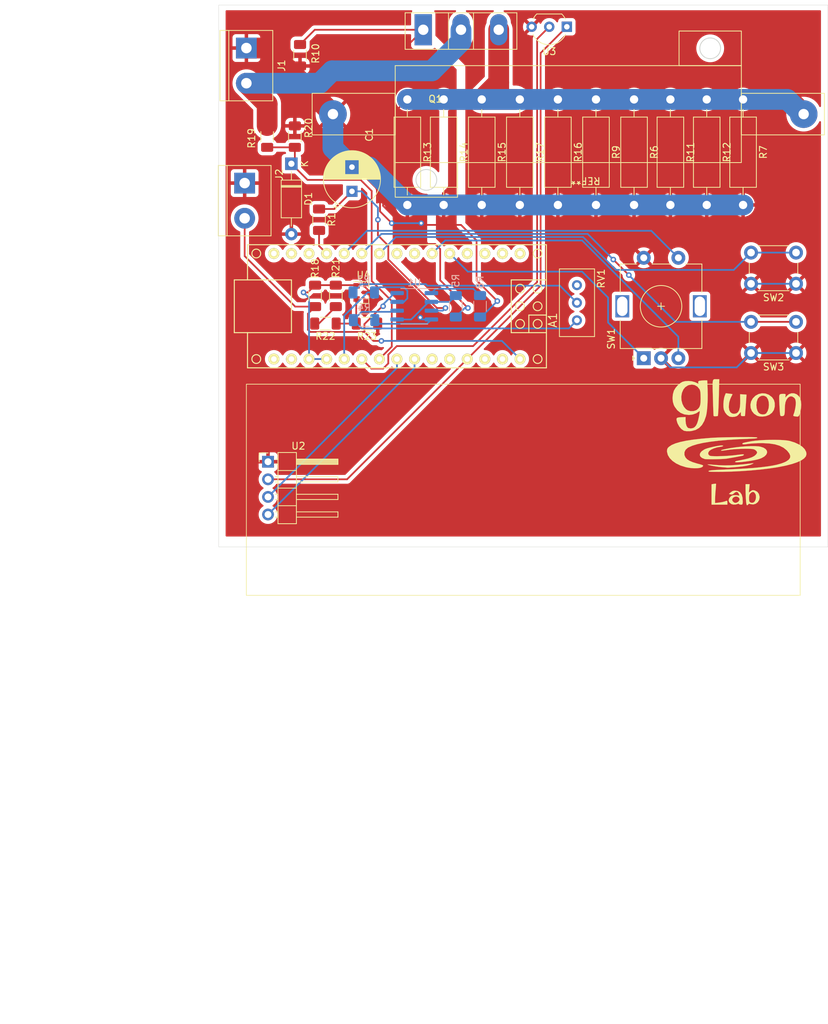
<source format=kicad_pcb>
(kicad_pcb (version 20211014) (generator pcbnew)
  (layers (0 "F.Cu" signal) (31 "B.Cu" signal) (34 "B.Paste" user) (35 "F.Paste" user) (36 "B.SilkS" user "B.Silkscreen") (37 "F.SilkS" user "F.Silkscreen") (38 "B.Mask" user) (39 "F.Mask" user) (44 "Edge.Cuts" user))
  (net 0 "")
  (net 1 "Net-(Q1-Pad1)")
  (net 2 "Analog_REF")
  (net 3 "VOLTAGE_SET")
  (net 4 "BUTTON_ROT")
  (net 5 "CURRENT_SENSE")
  (net 6 "BUTTON_BACK")
  (net 7 "TEMP_SENSOR")
  (net 8 "BUTTON_OK")
  (net 9 "VOLTAGE_SENSE")
  (net 10 "Net-(A1-Pad23)")
  (net 11 "Net-(A1-Pad24)")
  (net 12 "Net-(A1-Pad6)")
  (net 13 "Net-(A1-Pad5)")
  (net 14 "5V")
  (net 15 "V_IN")
  (net 16 "GND")
  (net 17 "Net-(C1-Pad1)")
  (net 18 "V_TEST")
  (net 19 "Net-(Q1-Pad3)")
  (net 20 "Net-(R2-Pad2)")
  (net 21 "Net-(R4-Pad2)")
  (net 22 "Net-(R5-Pad2)")
  (net 23 "Net-(R8-Pad2)")
  (net 24 "Net-(R21-Pad1)")
  (net 25 "Net-(R22-Pad1)")
  (footprint "Arduinos:arduino_nano" (layer "F.Cu") (at 123.25 81 180)
    (fp_text reference "A1" (at -22.5 -2 270) (layer "F.SilkS") (effects (font (size 1.2 1.2))))
    (fp_text value "Arduino_Nano")
    (pad "1" thru_hole circle locked (at -17.78 7.62 180) (size 1.5748 1.5748) (drill 0.8) (layers *.Cu *.Mask "F.SilkS"))
    (pad "2" thru_hole circle locked (at -15.24 7.62 180) (size 1.5748 1.5748) (drill 0.8) (layers *.Cu *.Mask "F.SilkS"))
    (pad "3" thru_hole circle locked (at -12.7 7.62 180) (size 1.5748 1.5748) (drill 0.8) (layers *.Cu *.Mask "F.SilkS"))
    (pad "4" thru_hole circle locked (at -10.16 7.62 180) (size 1.5748 1.5748) (drill 0.8) (layers *.Cu *.Mask "F.SilkS"))
    (pad "5" thru_hole circle locked (at -7.62 7.62 180) (size 1.5748 1.5748) (drill 0.8) (layers *.Cu *.Mask "F.SilkS") (net 13 "Net-(A1-Pad5)"))
    (pad "6" thru_hole circle locked (at -5.08 7.62 180) (size 1.5748 1.5748) (drill 0.8) (layers *.Cu *.Mask "F.SilkS") (net 12 "Net-(A1-Pad6)"))
    (pad "7" thru_hole circle locked (at -2.54 7.62 180) (size 1.5748 1.5748) (drill 0.8) (layers *.Cu *.Mask "F.SilkS"))
    (pad "8" thru_hole circle locked (at 0 7.62 180) (size 1.5748 1.5748) (drill 0.8) (layers *.Cu *.Mask "F.SilkS"))
    (pad "9" thru_hole circle locked (at 2.54 7.62 180) (size 1.5748 1.5748) (drill 0.8) (layers *.Cu *.Mask "F.SilkS") (net 8 "BUTTON_OK"))
    (pad "10" thru_hole circle locked (at 5.08 7.62 180) (size 1.5748 1.5748) (drill 0.8) (layers *.Cu *.Mask "F.SilkS") (net 6 "BUTTON_BACK"))
    (pad "11" thru_hole circle locked (at 7.62 7.62 180) (size 1.5748 1.5748) (drill 0.8) (layers *.Cu *.Mask "F.SilkS") (net 4 "BUTTON_ROT"))
    (pad "12" thru_hole circle locked (at 10.16 7.62 180) (size 1.5748 1.5748) (drill 0.8) (layers *.Cu *.Mask "F.SilkS") (net 3 "VOLTAGE_SET"))
    (pad "13" thru_hole circle locked (at 12.7 7.62 180) (size 1.5748 1.5748) (drill 0.8) (layers *.Cu *.Mask "F.SilkS"))
    (pad "14" thru_hole circle locked (at 15.24 7.62 180) (size 1.5748 1.5748) (drill 0.8) (layers *.Cu *.Mask "F.SilkS"))
    (pad "15" thru_hole circle locked (at 17.78 7.62 180) (size 1.5748 1.5748) (drill 0.8) (layers *.Cu *.Mask "F.SilkS"))
    (pad "16" thru_hole circle locked (at 17.78 -7.62 180) (size 1.5748 1.5748) (drill 0.8) (layers *.Cu *.Mask "F.SilkS"))
    (pad "17" thru_hole circle locked (at 15.24 -7.62 180) (size 1.5748 1.5748) (drill 0.8) (layers *.Cu *.Mask "F.SilkS"))
    (pad "18" thru_hole circle locked (at 12.7 -7.62 180) (size 1.5748 1.5748) (drill 0.8) (layers *.Cu *.Mask "F.SilkS") (net 2 "Analog_REF"))
    (pad "19" thru_hole circle locked (at 10.16 -7.62 180) (size 1.5748 1.5748) (drill 0.8) (layers *.Cu *.Mask "F.SilkS") (net 2 "Analog_REF"))
    (pad "20" thru_hole circle locked (at 7.62 -7.62 180) (size 1.5748 1.5748) (drill 0.8) (layers *.Cu *.Mask "F.SilkS") (net 5 "CURRENT_SENSE"))
    (pad "21" thru_hole circle locked (at 5.08 -7.62 180) (size 1.5748 1.5748) (drill 0.8) (layers *.Cu *.Mask "F.SilkS") (net 7 "TEMP_SENSOR"))
    (pad "22" thru_hole circle locked (at 2.54 -7.62 180) (size 1.5748 1.5748) (drill 0.8) (layers *.Cu *.Mask "F.SilkS") (net 9 "VOLTAGE_SENSE"))
    (pad "23" thru_hole circle locked (at 0 -7.62 180) (size 1.5748 1.5748) (drill 0.8) (layers *.Cu *.Mask "F.SilkS") (net 10 "Net-(A1-Pad23)"))
    (pad "24" thru_hole circle locked (at -2.54 -7.62 180) (size 1.5748 1.5748) (drill 0.8) (layers *.Cu *.Mask "F.SilkS") (net 11 "Net-(A1-Pad24)"))
    (pad "25" thru_hole circle locked (at -5.08 -7.62 180) (size 1.5748 1.5748) (drill 0.8) (layers *.Cu *.Mask "F.SilkS"))
    (pad "26" thru_hole circle locked (at -7.62 -7.62 180) (size 1.5748 1.5748) (drill 0.8) (layers *.Cu *.Mask "F.SilkS"))
    (pad "27" thru_hole circle locked (at -10.16 -7.62 180) (size 1.5748 1.5748) (drill 0.8) (layers *.Cu *.Mask "F.SilkS") (net 14 "5V"))
    (pad "28" thru_hole circle locked (at -12.7 -7.62 180) (size 1.5748 1.5748) (drill 0.8) (layers *.Cu *.Mask "F.SilkS"))
    (pad "29" thru_hole circle locked (at -15.24 -7.62 180) (size 1.5748 1.5748) (drill 0.8) (layers *.Cu *.Mask "F.SilkS"))
    (pad "30" thru_hole circle locked (at -17.78 -7.62 180) (size 1.5748 1.5748) (drill 0.8) (layers *.Cu *.Mask "F.SilkS") (net 15 "V_IN"))
  )
  (footprint "TerminalBlock:TerminalBlock_bornier-2_P5.08mm" (layer "F.Cu") (at 101.5 43.71 -90)
    (fp_text reference "J1" (at 2.54 -5.08 -90) (layer "F.SilkS"))
    (fp_text value "Voltage_test")
    (pad "1" thru_hole rect locked (at 0 0 270) (size 3 3) (drill 1.52) (layers *.Cu *.Mask) (net 16 "GND"))
    (pad "2" thru_hole circle locked (at 5.08 0 270) (size 3 3) (drill 1.52) (layers *.Cu *.Mask) (net 18 "V_TEST"))
  )
  (footprint "Package_TO_SOT_THT:TO-247-3_Vertical" (layer "F.Cu") (at 127.05 41.07)
    (fp_text reference "Q1" (at 1.75 10) (layer "F.SilkS"))
    (fp_text value "IRFP460")
    (pad "1" thru_hole rect locked (at 0 0) (size 2.5 4.5) (drill 1.5) (layers *.Cu *.Mask) (net 1 "Net-(Q1-Pad1)"))
    (pad "2" thru_hole oval locked (at 5.45 0) (size 2.5 4.5) (drill 1.5) (layers *.Cu *.Mask) (net 18 "V_TEST"))
    (pad "3" thru_hole oval locked (at 10.9 0) (size 2.5 4.5) (drill 1.5) (layers *.Cu *.Mask) (net 19 "Net-(Q1-Pad3)"))
  )
  (footprint "Resistor_SMD:R_1206_3216Metric_Pad1.30x1.75mm_HandSolder" (layer "F.Cu") (at 112 68.5 -90)
    (fp_text reference "R1" (at 0 -1.82 90) (layer "F.SilkS"))
    (fp_text value "470R")
    (pad "1" smd roundrect locked (at -1.55 0 270) (size 1.3 1.75) (layers "F.Cu" "F.Paste" "F.Mask") (roundrect_rratio 0.192308) (net 17 "Net-(C1-Pad1)"))
    (pad "2" smd roundrect locked (at 1.55 0 270) (size 1.3 1.75) (layers "F.Cu" "F.Paste" "F.Mask") (roundrect_rratio 0.192308) (net 3 "VOLTAGE_SET"))
  )
  (footprint "Resistor_THT:R_Axial_DIN0411_L9.9mm_D3.6mm_P15.24mm_Horizontal" (layer "F.Cu") (at 157.5 51.13 -90)
    (fp_text reference "R6" (at 7.62 -2.92 90) (layer "F.SilkS"))
    (fp_text value "1/1W")
    (pad "1" thru_hole circle locked (at 0 0 270) (size 2.4 2.4) (drill 1.2) (layers *.Cu *.Mask) (net 19 "Net-(Q1-Pad3)"))
    (pad "2" thru_hole oval locked (at 15.24 0 270) (size 2.4 2.4) (drill 1.2) (layers *.Cu *.Mask) (net 16 "GND"))
  )
  (footprint "Resistor_THT:R_Axial_DIN0411_L9.9mm_D3.6mm_P15.24mm_Horizontal" (layer "F.Cu") (at 173.25 51.13 -90)
    (fp_text reference "R7" (at 7.62 -2.92 90) (layer "F.SilkS"))
    (fp_text value "1/1W")
    (pad "1" thru_hole circle locked (at 0 0 270) (size 2.4 2.4) (drill 1.2) (layers *.Cu *.Mask) (net 19 "Net-(Q1-Pad3)"))
    (pad "2" thru_hole oval locked (at 15.24 0 270) (size 2.4 2.4) (drill 1.2) (layers *.Cu *.Mask) (net 16 "GND"))
  )
  (footprint "Resistor_THT:R_Axial_DIN0411_L9.9mm_D3.6mm_P15.24mm_Horizontal" (layer "F.Cu") (at 152 51.13 -90)
    (fp_text reference "R9" (at 7.62 -2.92 90) (layer "F.SilkS"))
    (fp_text value "1/1w")
    (pad "1" thru_hole circle locked (at 0 0 270) (size 2.4 2.4) (drill 1.2) (layers *.Cu *.Mask) (net 19 "Net-(Q1-Pad3)"))
    (pad "2" thru_hole oval locked (at 15.24 0 270) (size 2.4 2.4) (drill 1.2) (layers *.Cu *.Mask) (net 16 "GND"))
  )
  (footprint "Resistor_SMD:R_1206_3216Metric_Pad1.30x1.75mm_HandSolder" (layer "F.Cu") (at 109.25 44.75 -90)
    (fp_text reference "R10" (at -0.25 -2.25 90) (layer "F.SilkS"))
    (fp_text value " 1Meg")
    (pad "1" smd roundrect locked (at -1.55 0 270) (size 1.3 1.75) (layers "F.Cu" "F.Paste" "F.Mask") (roundrect_rratio 0.192308) (net 1 "Net-(Q1-Pad1)"))
    (pad "2" smd roundrect locked (at 1.55 0 270) (size 1.3 1.75) (layers "F.Cu" "F.Paste" "F.Mask") (roundrect_rratio 0.192308) (net 16 "GND"))
  )
  (footprint "Resistor_THT:R_Axial_DIN0411_L9.9mm_D3.6mm_P15.24mm_Horizontal" (layer "F.Cu") (at 162.75 51.13 -90)
    (fp_text reference "R11" (at 7.62 -2.92 90) (layer "F.SilkS"))
    (fp_text value "1/1w")
    (pad "1" thru_hole circle locked (at 0 0 270) (size 2.4 2.4) (drill 1.2) (layers *.Cu *.Mask) (net 19 "Net-(Q1-Pad3)"))
    (pad "2" thru_hole oval locked (at 15.24 0 270) (size 2.4 2.4) (drill 1.2) (layers *.Cu *.Mask) (net 16 "GND"))
  )
  (footprint "Resistor_THT:R_Axial_DIN0411_L9.9mm_D3.6mm_P15.24mm_Horizontal" (layer "F.Cu") (at 168 51.13 -90)
    (fp_text reference "R12" (at 7.62 -2.92 90) (layer "F.SilkS"))
    (fp_text value "1/1w")
    (pad "1" thru_hole circle locked (at 0 0 270) (size 2.4 2.4) (drill 1.2) (layers *.Cu *.Mask) (net 19 "Net-(Q1-Pad3)"))
    (pad "2" thru_hole oval locked (at 15.24 0 270) (size 2.4 2.4) (drill 1.2) (layers *.Cu *.Mask) (net 16 "GND"))
  )
  (footprint "Capacitor_THT:CP_Radial_D8.0mm_P3.50mm" (layer "F.Cu") (at 116.75 64.402651 90)
    (fp_text reference "C1" (at 8.152651 2.5 90) (layer "F.SilkS"))
    (fp_text value "470uF")
    (pad "1" thru_hole rect locked (at 0 0 90) (size 1.6 1.6) (drill 0.8) (layers *.Cu *.Mask) (net 17 "Net-(C1-Pad1)"))
    (pad "2" thru_hole circle locked (at 3.5 0 90) (size 1.6 1.6) (drill 0.8) (layers *.Cu *.Mask) (net 16 "GND"))
  )
  (footprint "Diode_THT:D_A-405_P10.16mm_Horizontal" (layer "F.Cu") (at 108 60.42 -90)
    (fp_text reference "D1" (at 5.08 -2.47 90) (layer "F.SilkS"))
    (fp_text value "Zener 5v")
    (fp_text user "K" (at 0 -1.9 90) (layer "F.SilkS"))
    (pad "1" thru_hole rect locked (at 0 0 270) (size 1.8 1.8) (drill 0.9) (layers *.Cu *.Mask) (net 9 "VOLTAGE_SENSE"))
    (pad "2" thru_hole oval locked (at 10.16 0 270) (size 1.8 1.8) (drill 0.9) (layers *.Cu *.Mask) (net 16 "GND"))
  )
  (footprint "TerminalBlock:TerminalBlock_bornier-2_P5.08mm" (layer "F.Cu") (at 101.25 63.21 -90)
    (fp_text reference "J2" (at -1.21 -5 -90) (layer "F.SilkS"))
    (fp_text value "Voltage_IN")
    (pad "1" thru_hole rect locked (at 0 0 270) (size 3 3) (drill 1.52) (layers *.Cu *.Mask) (net 16 "GND"))
    (pad "2" thru_hole circle locked (at 5.08 0 270) (size 3 3) (drill 1.52) (layers *.Cu *.Mask) (net 15 "V_IN"))
  )
  (footprint "Resistor_THT:R_Axial_DIN0411_L9.9mm_D3.6mm_P15.24mm_Horizontal" (layer "F.Cu") (at 124.75 51.13 -90)
    (fp_text reference "R13" (at 7.62 -2.92 90) (layer "F.SilkS"))
    (fp_text value "1/1W")
    (pad "1" thru_hole circle locked (at 0 0 270) (size 2.4 2.4) (drill 1.2) (layers *.Cu *.Mask) (net 19 "Net-(Q1-Pad3)"))
    (pad "2" thru_hole oval locked (at 15.24 0 270) (size 2.4 2.4) (drill 1.2) (layers *.Cu *.Mask) (net 16 "GND"))
  )
  (footprint "Resistor_THT:R_Axial_DIN0411_L9.9mm_D3.6mm_P15.24mm_Horizontal" (layer "F.Cu") (at 130 51.13 -90)
    (fp_text reference "R14" (at 7.62 -2.92 90) (layer "F.SilkS"))
    (fp_text value "1/1w")
    (pad "1" thru_hole circle locked (at 0 0 270) (size 2.4 2.4) (drill 1.2) (layers *.Cu *.Mask) (net 19 "Net-(Q1-Pad3)"))
    (pad "2" thru_hole oval locked (at 15.24 0 270) (size 2.4 2.4) (drill 1.2) (layers *.Cu *.Mask) (net 16 "GND"))
  )
  (footprint "Resistor_THT:R_Axial_DIN0411_L9.9mm_D3.6mm_P15.24mm_Horizontal" (layer "F.Cu") (at 135.5 51.13 -90)
    (fp_text reference "R15" (at 7.62 -2.92 90) (layer "F.SilkS"))
    (fp_text value "1/1w")
    (pad "1" thru_hole circle locked (at 0 0 270) (size 2.4 2.4) (drill 1.2) (layers *.Cu *.Mask) (net 19 "Net-(Q1-Pad3)"))
    (pad "2" thru_hole oval locked (at 15.24 0 270) (size 2.4 2.4) (drill 1.2) (layers *.Cu *.Mask) (net 16 "GND"))
  )
  (footprint "Resistor_THT:R_Axial_DIN0411_L9.9mm_D3.6mm_P15.24mm_Horizontal" (layer "F.Cu") (at 146.5 51.13 -90)
    (fp_text reference "R16" (at 7.62 -2.92 90) (layer "F.SilkS"))
    (fp_text value "1/1w")
    (pad "1" thru_hole circle locked (at 0 0 270) (size 2.4 2.4) (drill 1.2) (layers *.Cu *.Mask) (net 19 "Net-(Q1-Pad3)"))
    (pad "2" thru_hole oval locked (at 15.24 0 270) (size 2.4 2.4) (drill 1.2) (layers *.Cu *.Mask) (net 16 "GND"))
  )
  (footprint "Resistor_THT:R_Axial_DIN0411_L9.9mm_D3.6mm_P15.24mm_Horizontal" (layer "F.Cu") (at 141 51.13 -90)
    (fp_text reference "R17" (at 7.62 -2.92 90) (layer "F.SilkS"))
    (fp_text value "1/1W")
    (pad "1" thru_hole circle locked (at 0 0 270) (size 2.4 2.4) (drill 1.2) (layers *.Cu *.Mask) (net 19 "Net-(Q1-Pad3)"))
    (pad "2" thru_hole oval locked (at 15.24 0 270) (size 2.4 2.4) (drill 1.2) (layers *.Cu *.Mask) (net 16 "GND"))
  )
  (footprint "Resistor_SMD:R_1206_3216Metric_Pad1.30x1.75mm_HandSolder" (layer "F.Cu") (at 111.42 79.5 -90)
    (fp_text reference "R18" (at -3.95 0 -90) (layer "F.SilkS"))
    (fp_text value "680")
    (pad "1" smd roundrect locked (at -1.55 0 270) (size 1.3 1.75) (layers "F.Cu" "F.Paste" "F.Mask") (roundrect_rratio 0.192308) (net 2 "Analog_REF"))
    (pad "2" smd roundrect locked (at 1.55 0 270) (size 1.3 1.75) (layers "F.Cu" "F.Paste" "F.Mask") (roundrect_rratio 0.192308) (net 15 "V_IN"))
  )
  (footprint "Resistor_SMD:R_1206_3216Metric_Pad1.30x1.75mm_HandSolder" (layer "F.Cu") (at 104.5 56.5 90)
    (fp_text reference "R19" (at -0.25 -2.25 90) (layer "F.SilkS"))
    (fp_text value "33k")
    (pad "1" smd roundrect locked (at -1.55 0 90) (size 1.3 1.75) (layers "F.Cu" "F.Paste" "F.Mask") (roundrect_rratio 0.192308) (net 9 "VOLTAGE_SENSE"))
    (pad "2" smd roundrect locked (at 1.55 0 90) (size 1.3 1.75) (layers "F.Cu" "F.Paste" "F.Mask") (roundrect_rratio 0.192308) (net 18 "V_TEST"))
  )
  (footprint "Resistor_SMD:R_1206_3216Metric_Pad1.30x1.75mm_HandSolder" (layer "F.Cu") (at 108.5 56.5 -90)
    (fp_text reference "R20" (at -1.25 -2 90) (layer "F.SilkS"))
    (fp_text value "10k")
    (pad "1" smd roundrect locked (at -1.55 0 270) (size 1.3 1.75) (layers "F.Cu" "F.Paste" "F.Mask") (roundrect_rratio 0.192308) (net 16 "GND"))
    (pad "2" smd roundrect locked (at 1.55 0 270) (size 1.3 1.75) (layers "F.Cu" "F.Paste" "F.Mask") (roundrect_rratio 0.192308) (net 9 "VOLTAGE_SENSE"))
  )
  (footprint "Resistor_SMD:R_1206_3216Metric_Pad1.30x1.75mm_HandSolder" (layer "F.Cu") (at 114.42 79.5 90)
    (fp_text reference "R21" (at 4 0 90) (layer "F.SilkS"))
    (fp_text value "330")
    (pad "1" smd roundrect locked (at -1.55 0 90) (size 1.3 1.75) (layers "F.Cu" "F.Paste" "F.Mask") (roundrect_rratio 0.192308) (net 24 "Net-(R21-Pad1)"))
    (pad "2" smd roundrect locked (at 1.55 0 90) (size 1.3 1.75) (layers "F.Cu" "F.Paste" "F.Mask") (roundrect_rratio 0.192308) (net 2 "Analog_REF"))
  )
  (footprint "Resistor_SMD:R_1206_3216Metric_Pad1.30x1.75mm_HandSolder" (layer "F.Cu") (at 112.92 83.5 180)
    (fp_text reference "R22" (at 0 -1.82) (layer "F.SilkS"))
    (fp_text value "2k2")
    (pad "1" smd roundrect locked (at -1.55 0 180) (size 1.3 1.75) (layers "F.Cu" "F.Paste" "F.Mask") (roundrect_rratio 0.192308) (net 25 "Net-(R22-Pad1)"))
    (pad "2" smd roundrect locked (at 1.55 0 180) (size 1.3 1.75) (layers "F.Cu" "F.Paste" "F.Mask") (roundrect_rratio 0.192308) (net 24 "Net-(R21-Pad1)"))
  )
  (footprint "Resistor_SMD:R_1206_3216Metric_Pad1.30x1.75mm_HandSolder" (layer "F.Cu") (at 118.92 83.5 180)
    (fp_text reference "R23" (at 0 -1.82) (layer "F.SilkS"))
    (fp_text value "1k5")
    (pad "1" smd roundrect locked (at -1.55 0 180) (size 1.3 1.75) (layers "F.Cu" "F.Paste" "F.Mask") (roundrect_rratio 0.192308) (net 16 "GND"))
    (pad "2" smd roundrect locked (at 1.55 0 180) (size 1.3 1.75) (layers "F.Cu" "F.Paste" "F.Mask") (roundrect_rratio 0.192308) (net 25 "Net-(R22-Pad1)"))
  )
  (footprint "Potentiometer_THT:Potentiometer_Bourns_3296W_Vertical" (layer "F.Cu") (at 149.25 77.95 90)
    (fp_text reference "RV1" (at 0.95 3.5 90) (layer "F.SilkS"))
    (fp_text value "200")
    (pad "1" thru_hole circle locked (at 0 0 90) (size 1.44 1.44) (drill 0.8) (layers *.Cu *.Mask))
    (pad "2" thru_hole circle locked (at -2.54 0 90) (size 1.44 1.44) (drill 0.8) (layers *.Cu *.Mask) (net 20 "Net-(R2-Pad2)"))
    (pad "3" thru_hole circle locked (at -5.08 0 90) (size 1.44 1.44) (drill 0.8) (layers *.Cu *.Mask) (net 21 "Net-(R4-Pad2)"))
  )
  (footprint "Rotary_Encoder:RotaryEncoder_Alps_EC11E-Switch_Vertical_H20mm" (layer "F.Cu") (at 158.9 88.5 90)
    (fp_text reference "SW1" (at 2.8 -4.7 90) (layer "F.SilkS"))
    (fp_text value "Rotary_Encoder_Switch")
    (pad "A" thru_hole rect locked (at 0 0 90) (size 2 2) (drill 1) (layers *.Cu *.Mask) (net 13 "Net-(A1-Pad5)"))
    (pad "B" thru_hole circle locked (at 0 5 90) (size 2 2) (drill 1) (layers *.Cu *.Mask) (net 12 "Net-(A1-Pad6)"))
    (pad "C" thru_hole circle locked (at 0 2.5 90) (size 2 2) (drill 1) (layers *.Cu *.Mask) (net 16 "GND"))
    (pad "MP" thru_hole rect locked (at 7.5 8.1 90) (size 3.2 2) (drill oval 2.8 1.5) (layers *.Cu *.Mask))
    (pad "MP" thru_hole rect locked (at 7.5 -3.1 90) (size 3.2 2) (drill oval 2.8 1.5) (layers *.Cu *.Mask))
    (pad "S1" thru_hole circle locked (at 14.5 5 90) (size 2 2) (drill 1) (layers *.Cu *.Mask) (net 4 "BUTTON_ROT"))
    (pad "S2" thru_hole circle locked (at 14.5 0 90) (size 2 2) (drill 1) (layers *.Cu *.Mask) (net 16 "GND"))
  )
  (footprint "Button_Switch_THT:SW_PUSH_6mm_H4.3mm" (layer "F.Cu") (at 180.9 77.75 180)
    (fp_text reference "SW2" (at 3.25 -2) (layer "F.SilkS"))
    (fp_text value "Btn.OK")
    (pad "1" thru_hole circle locked (at 6.5 0 270) (size 2 2) (drill 1.1) (layers *.Cu *.Mask) (net 16 "GND"))
    (pad "1" thru_hole circle locked (at 0 0 270) (size 2 2) (drill 1.1) (layers *.Cu *.Mask) (net 16 "GND"))
    (pad "2" thru_hole circle locked (at 0 4.5 270) (size 2 2) (drill 1.1) (layers *.Cu *.Mask) (net 8 "BUTTON_OK"))
    (pad "2" thru_hole circle locked (at 6.5 4.5 270) (size 2 2) (drill 1.1) (layers *.Cu *.Mask) (net 8 "BUTTON_OK"))
  )
  (footprint "Button_Switch_THT:SW_PUSH_6mm_H4.3mm" (layer "F.Cu") (at 180.9 87.75 180)
    (fp_text reference "SW3" (at 3.25 -2) (layer "F.SilkS"))
    (fp_text value "Btn.BCK")
    (pad "1" thru_hole circle locked (at 6.5 0 270) (size 2 2) (drill 1.1) (layers *.Cu *.Mask) (net 16 "GND"))
    (pad "1" thru_hole circle locked (at 0 0 270) (size 2 2) (drill 1.1) (layers *.Cu *.Mask) (net 16 "GND"))
    (pad "2" thru_hole circle locked (at 0 4.5 270) (size 2 2) (drill 1.1) (layers *.Cu *.Mask) (net 6 "BUTTON_BACK"))
    (pad "2" thru_hole circle locked (at 6.5 4.5 270) (size 2 2) (drill 1.1) (layers *.Cu *.Mask) (net 6 "BUTTON_BACK"))
  )
  (footprint "Connector_PinHeader_2.54mm:PinHeader_1x04_P2.54mm_Horizontal" (layer "F.Cu") (at 104.625 103.45)
    (fp_text reference "U2" (at 4.385 -2.27) (layer "F.SilkS"))
    (fp_text value "Pantalla_LCD_16x2_i2c")
    (pad "1" thru_hole rect locked (at 0 0) (size 1.7 1.7) (drill 1) (layers *.Cu *.Mask) (net 16 "GND"))
    (pad "2" thru_hole oval locked (at 0 2.54) (size 1.7 1.7) (drill 1) (layers *.Cu *.Mask) (net 14 "5V"))
    (pad "3" thru_hole oval locked (at 0 5.08) (size 1.7 1.7) (drill 1) (layers *.Cu *.Mask) (net 10 "Net-(A1-Pad23)"))
    (pad "4" thru_hole oval locked (at 0 7.62) (size 1.7 1.7) (drill 1) (layers *.Cu *.Mask) (net 11 "Net-(A1-Pad24)"))
  )
  (footprint "Package_TO_SOT_SMD:SOT-23" (layer "F.Cu") (at 118.42 79)
    (fp_text reference "U4" (at 0 -2.5) (layer "F.SilkS"))
    (fp_text value "TL431DBZ")
    (pad "1" smd rect locked (at -1 -0.95) (size 0.9 0.8) (layers "F.Cu" "F.Paste" "F.Mask") (net 2 "Analog_REF"))
    (pad "2" smd rect locked (at -1 0.95) (size 0.9 0.8) (layers "F.Cu" "F.Paste" "F.Mask") (net 25 "Net-(R22-Pad1)"))
    (pad "3" smd rect locked (at 1 0) (size 0.9 0.8) (layers "F.Cu" "F.Paste" "F.Mask") (net 16 "GND"))
  )
  (footprint "Package_TO_SOT_THT:TO-92_Inline_Wide" (layer "F.Cu") (at 147.79 40.64 180)
    (fp_text reference "U3" (at 2.54 -3.56) (layer "F.SilkS"))
    (fp_text value "LM35-LP")
    (pad "1" thru_hole rect locked (at 0 0 180) (size 1.5 1.5) (drill 0.8) (layers *.Cu *.Mask) (net 14 "5V"))
    (pad "2" thru_hole circle locked (at 2.54 0 180) (size 1.5 1.5) (drill 0.8) (layers *.Cu *.Mask) (net 7 "TEMP_SENSOR"))
    (pad "3" thru_hole circle locked (at 5.08 0 180) (size 1.5 1.5) (drill 0.8) (layers *.Cu *.Mask) (net 16 "GND"))
  )
  (footprint "GluonLib:PowerResistor_L49_W14_MountingHoles" (layer "F.Cu") (at 148 53.25)
    (fp_text reference "REF**" (at 2.5 9.63 180 unlocked) (layer "F.SilkS"))
    (fp_text value "PowerResistor_L49_W14_MountingHoles")
    (fp_circle (center 20.5 -9.5) (end 22 -9.5) (layer "Edge.Cuts") (width 0.12) (fill none))
    (fp_circle (center -20.5 9.5) (end -19 9.5) (layer "Edge.Cuts") (width 0.12) (fill none))
    (pad "1" thru_hole circle (at 34 0) (size 4 4) (drill 1.5) (layers *.Cu *.Mask) (net 19 "Net-(Q1-Pad3)"))
    (pad "2" thru_hole circle (at -34 0) (size 4 4) (drill 1.5) (layers *.Cu *.Mask) (net 16 "GND"))
  )
  (footprint "GluonLib:LogoGluon_25mm" (layer "F.Cu") (at 172.25 100)
    (fp_text reference "G***" hide)
    (fp_text value "LOGO" hide)
  )
  (footprint "Resistor_SMD:R_1206_3216Metric_Pad1.30x1.75mm_HandSolder" (layer "B.Cu") (at 118.45 79 180)
    (fp_text reference "R2" (at 0 1.82) (layer "B.SilkS") (effects (justify mirror)))
    (fp_text value "1k")
    (pad "1" smd roundrect locked (at -1.55 0 180) (size 1.3 1.75) (layers "B.Cu" "B.Paste" "B.Mask") (roundrect_rratio 0.192308) (net 5 "CURRENT_SENSE"))
    (pad "2" smd roundrect locked (at 1.55 0 180) (size 1.3 1.75) (layers "B.Cu" "B.Paste" "B.Mask") (roundrect_rratio 0.192308) (net 20 "Net-(R2-Pad2)"))
  )
  (footprint "Resistor_SMD:R_1206_3216Metric_Pad1.30x1.75mm_HandSolder" (layer "B.Cu") (at 118.5 83 180)
    (fp_text reference "R4" (at 0 1.82) (layer "B.SilkS") (effects (justify mirror)))
    (fp_text value "3k3")
    (pad "1" smd roundrect locked (at -1.55 0 180) (size 1.3 1.75) (layers "B.Cu" "B.Paste" "B.Mask") (roundrect_rratio 0.192308) (net 16 "GND"))
    (pad "2" smd roundrect locked (at 1.55 0 180) (size 1.3 1.75) (layers "B.Cu" "B.Paste" "B.Mask") (roundrect_rratio 0.192308) (net 21 "Net-(R4-Pad2)"))
  )
  (footprint "Resistor_SMD:R_1206_3216Metric_Pad1.30x1.75mm_HandSolder" (layer "B.Cu") (at 131.75 81 90)
    (fp_text reference "R5" (at 3.7 0 90) (layer "B.SilkS") (effects (justify mirror)))
    (fp_text value "10k; 1/4w")
    (pad "1" smd roundrect locked (at -1.55 0 90) (size 1.3 1.75) (layers "B.Cu" "B.Paste" "B.Mask") (roundrect_rratio 0.192308) (net 19 "Net-(Q1-Pad3)"))
    (pad "2" smd roundrect locked (at 1.55 0 90) (size 1.3 1.75) (layers "B.Cu" "B.Paste" "B.Mask") (roundrect_rratio 0.192308) (net 22 "Net-(R5-Pad2)"))
  )
  (footprint "Resistor_SMD:R_1206_3216Metric_Pad1.30x1.75mm_HandSolder" (layer "B.Cu") (at 135.25 81 90)
    (fp_text reference "R8" (at 3.45 0 90) (layer "B.SilkS") (effects (justify mirror)))
    (fp_text value "100")
    (pad "1" smd roundrect locked (at -1.55 0 90) (size 1.3 1.75) (layers "B.Cu" "B.Paste" "B.Mask") (roundrect_rratio 0.192308) (net 1 "Net-(Q1-Pad1)"))
    (pad "2" smd roundrect locked (at 1.55 0 90) (size 1.3 1.75) (layers "B.Cu" "B.Paste" "B.Mask") (roundrect_rratio 0.192308) (net 23 "Net-(R8-Pad2)"))
  )
  (footprint "Package_SO:SOIC-8_3.9x4.9mm_P1.27mm" (layer "B.Cu") (at 125.75 81 180)
    (fp_text reference "U1" (at 0 3.4) (layer "B.SilkS") (effects (justify mirror)))
    (fp_text value "TL072")
    (pad "1" smd roundrect locked (at -2.475 1.905 180) (size 1.95 0.6) (layers "B.Cu" "B.Paste" "B.Mask") (net 23 "Net-(R8-Pad2)"))
    (pad "2" smd roundrect locked (at -2.475 0.635 180) (size 1.95 0.6) (layers "B.Cu" "B.Paste" "B.Mask") (net 22 "Net-(R5-Pad2)"))
    (pad "3" smd roundrect locked (at -2.475 -0.635 180) (size 1.95 0.6) (layers "B.Cu" "B.Paste" "B.Mask") (net 17 "Net-(C1-Pad1)"))
    (pad "4" smd roundrect locked (at -2.475 -1.905 180) (size 1.95 0.6) (layers "B.Cu" "B.Paste" "B.Mask") (net 16 "GND"))
    (pad "5" smd roundrect locked (at 2.475 -1.905 180) (size 1.95 0.6) (layers "B.Cu" "B.Paste" "B.Mask") (net 22 "Net-(R5-Pad2)"))
    (pad "6" smd roundrect locked (at 2.475 -0.635 180) (size 1.95 0.6) (layers "B.Cu" "B.Paste" "B.Mask") (net 21 "Net-(R4-Pad2)"))
    (pad "7" smd roundrect locked (at 2.475 0.635 180) (size 1.95 0.6) (layers "B.Cu" "B.Paste" "B.Mask") (net 5 "CURRENT_SENSE"))
    (pad "8" smd roundrect locked (at 2.475 1.905 180) (size 1.95 0.6) (layers "B.Cu" "B.Paste" "B.Mask") (net 15 "V_IN"))
  )
  (gr_rect (start 101.5 92.25) (end 181.5 122.75) (layer "F.SilkS") (width 0.1) (fill none))
  (gr_rect (start 185.5 115.75) (end 97.5 37.5) (layer "Edge.Cuts") (width 0.05) (fill none))
  (segment (start 127.05 41.07) (end 111.38 41.07) (width 0.25) (layer "F.Cu") (net 1))
  (segment (start 122.5 69) (end 120.80048 67.30048) (width 0.25) (layer "F.Cu") (net 1))
  (segment (start 127 69.25) (end 126.75 69) (width 0.25) (layer "F.Cu") (net 1))
  (segment (start 134.75 71.5) (end 132.5 69.25) (width 0.25) (layer "F.Cu") (net 1))
  (segment (start 134.75 77.25) (end 134.75 71.5) (width 0.25) (layer "F.Cu") (net 1))
  (segment (start 120.80048 47.31952) (end 127.05 41.07) (width 0.25) (layer "F.Cu") (net 1))
  (segment (start 120.80048 67.30048) (end 120.80048 47.31952) (width 0.25) (layer "F.Cu") (net 1))
  (segment (start 137.75 80.25) (end 134.75 77.25) (width 0.25) (layer "F.Cu") (net 1))
  (segment (start 132.5 69.25) (end 127 69.25) (width 0.25) (layer "F.Cu") (net 1))
  (segment (start 111.38 41.07) (end 109.25 43.2) (width 0.25) (layer "F.Cu") (net 1))
  (via (at 122.5 69) (size 0.8) (drill 0.4) (layers "F.Cu" "B.Cu") (net 1))
  (via (at 137.75 80.25) (size 0.8) (drill 0.4) (layers "F.Cu" "B.Cu") (net 1))
  (via (at 126.75 69) (size 0.8) (drill 0.4) (layers "F.Cu" "B.Cu") (net 1))
  (segment (start 135.45 82.55) (end 137.75 80.25) (width 0.25) (layer "B.Cu") (net 1))
  (segment (start 126.75 69) (end 122.5 69) (width 0.25) (layer "B.Cu") (net 1))
  (segment (start 135.25 82.55) (end 135.45 82.55) (width 0.25) (layer "B.Cu") (net 1))
  (segment (start 117.32 77.95) (end 117.42 78.05) (width 0.25) (layer "F.Cu") (net 2))
  (segment (start 114.42 77.95) (end 117.32 77.95) (width 0.25) (layer "F.Cu") (net 2))
  (segment (start 109.75 79) (end 110.37 79) (width 0.25) (layer "F.Cu") (net 2))
  (segment (start 110.37 79) (end 111.42 77.95) (width 0.25) (layer "F.Cu") (net 2))
  (segment (start 111.42 77.95) (end 114.42 77.95) (width 0.25) (layer "F.Cu") (net 2))
  (via (at 109.75 79) (size 0.8) (drill 0.4) (layers "F.Cu" "B.Cu") (net 2))
  (segment (start 110.55 79.8) (end 109.75 79) (width 0.25) (layer "B.Cu") (net 2))
  (segment (start 110.55 88.62) (end 113.09 88.62) (width 0.25) (layer "B.Cu") (net 2))
  (segment (start 110.55 88.62) (end 110.55 79.8) (width 0.25) (layer "B.Cu") (net 2))
  (segment (start 112 72.29) (end 113.09 73.38) (width 0.25) (layer "F.Cu") (net 3))
  (segment (start 112 70.05) (end 112 72.29) (width 0.25) (layer "F.Cu") (net 3))
  (segment (start 163.9 74) (end 160.00096 70.10096) (width 0.25) (layer "B.Cu") (net 4))
  (segment (start 160.00096 70.10096) (end 118.90904 70.10096) (width 0.25) (layer "B.Cu") (net 4))
  (segment (start 118.90904 70.10096) (end 115.63 73.38) (width 0.25) (layer "B.Cu") (net 4))
  (segment (start 124.249999 80.365) (end 124.75 79.864999) (width 0.25) (layer "B.Cu") (net 5))
  (segment (start 124.75 78.75) (end 124.25 78.25) (width 0.25) (layer "B.Cu") (net 5))
  (segment (start 115.63 88.62) (end 115.63 82.37) (width 0.25) (layer "B.Cu") (net 5))
  (segment (start 115.63 82.37) (end 119 79) (width 0.25) (layer "B.Cu") (net 5))
  (segment (start 119 79) (end 120 79) (width 0.25) (layer "B.Cu") (net 5))
  (segment (start 123.275 80.365) (end 124.249999 80.365) (width 0.25) (layer "B.Cu") (net 5))
  (segment (start 120.75 78.25) (end 120 79) (width 0.25) (layer "B.Cu") (net 5))
  (segment (start 124.25 78.25) (end 120.75 78.25) (width 0.25) (layer "B.Cu") (net 5))
  (segment (start 124.75 79.864999) (end 124.75 78.75) (width 0.25) (layer "B.Cu") (net 5))
  (segment (start 156.75 76.5) (end 154.5 74.25) (width 0.25) (layer "F.Cu") (net 6))
  (segment (start 174.4 83.25) (end 180.9 83.25) (width 0.25) (layer "F.Cu") (net 6))
  (via (at 156.75 76.5) (size 0.8) (drill 0.4) (layers "F.Cu" "B.Cu") (net 6))
  (via (at 154.5 74.25) (size 0.8) (drill 0.4) (layers "F.Cu" "B.Cu") (net 6))
  (segment (start 163.5 83.25) (end 156.75 76.5) (width 0.25) (layer "B.Cu") (net 6))
  (segment (start 174.4 83.25) (end 163.5 83.25) (width 0.25) (layer "B.Cu") (net 6))
  (segment (start 154.5 74.25) (end 150.80048 70.55048) (width 0.25) (layer "B.Cu") (net 6))
  (segment (start 120.99952 70.55048) (end 118.17 73.38) (width 0.25) (layer "B.Cu") (net 6))
  (segment (start 150.80048 70.55048) (end 120.99952 70.55048) (width 0.25) (layer "B.Cu") (net 6))
  (segment (start 122 87.981341) (end 122 89.25) (width 0.25) (layer "F.Cu") (net 7))
  (segment (start 122 89.25) (end 121.25 90) (width 0.25) (layer "F.Cu") (net 7))
  (segment (start 121.25 90) (end 119.55 90) (width 0.25) (layer "F.Cu") (net 7))
  (segment (start 145.25 40.64) (end 143.5 42.39) (width 0.25) (layer "F.Cu") (net 7))
  (segment (start 143.5 42.39) (end 143.5 77.5) (width 0.25) (layer "F.Cu") (net 7))
  (segment (start 119.55 90) (end 118.17 88.62) (width 0.25) (layer "F.Cu") (net 7))
  (segment (start 123.231341 86.75) (end 122 87.981341) (width 0.25) (layer "F.Cu") (net 7))
  (segment (start 134.25 86.75) (end 123.231341 86.75) (width 0.25) (layer "F.Cu") (net 7))
  (segment (start 143.5 77.5) (end 134.25 86.75) (width 0.25) (layer "F.Cu") (net 7))
  (segment (start 171.9 75.75) (end 154.885718 75.75) (width 0.25) (layer "B.Cu") (net 8))
  (segment (start 154.885718 75.75) (end 150.135718 71) (width 0.25) (layer "B.Cu") (net 8))
  (segment (start 174.4 73.25) (end 180.9 73.25) (width 0.25) (layer "B.Cu") (net 8))
  (segment (start 174.4 73.25) (end 171.9 75.75) (width 0.25) (layer "B.Cu") (net 8))
  (segment (start 150.135718 71) (end 123.09 71) (width 0.25) (layer "B.Cu") (net 8))
  (segment (start 123.09 71) (end 120.71 73.38) (width 0.25) (layer "B.Cu") (net 8))
  (segment (start 119.625 77.375) (end 122.5 80.25) (width 0.25) (layer "F.Cu") (net 9))
  (segment (start 122.5 86.83) (end 120.71 88.62) (width 0.25) (layer "F.Cu") (net 9))
  (segment (start 119.598089 64.348089) (end 118 62.75) (width 0.25) (layer "F.Cu") (net 9))
  (segment (start 119.598089 77.348089) (end 119.598089 64.348089) (width 0.25) (layer "F.Cu") (net 9))
  (segment (start 118 62.75) (end 110.33 62.75) (width 0.25) (layer "F.Cu") (net 9))
  (segment (start 122.5 80.25) (end 122.5 86.83) (width 0.25) (layer "F.Cu") (net 9))
  (segment (start 119.625 77.375) (end 119.598089 77.348089) (width 0.25) (layer "F.Cu") (net 9))
  (segment (start 108.5 59.92) (end 108 60.42) (width 0.25) (layer "F.Cu") (net 9))
  (segment (start 110.33 62.75) (end 108 60.42) (width 0.25) (layer "F.Cu") (net 9))
  (segment (start 108.5 58.05) (end 108.5 59.92) (width 0.25) (layer "F.Cu") (net 9))
  (segment (start 104.5 58.05) (end 108.5 58.05) (width 0.25) (layer "F.Cu") (net 9))
  (segment (start 123.25 89.905) (end 123.25 88.62) (width 0.25) (layer "B.Cu") (net 10))
  (segment (start 104.625 108.53) (end 123.25 89.905) (width 0.25) (layer "B.Cu") (net 10))
  (segment (start 125.79 89.905) (end 125.79 88.62) (width 0.25) (layer "B.Cu") (net 11))
  (segment (start 104.625 111.07) (end 125.79 89.905) (width 0.25) (layer "B.Cu") (net 11))
  (segment (start 163.9 88.5) (end 163.9 85.4) (width 0.25) (layer "B.Cu") (net 12))
  (segment (start 150 71.5) (end 130.21 71.5) (width 0.25) (layer "B.Cu") (net 12))
  (segment (start 163.9 85.4) (end 150 71.5) (width 0.25) (layer "B.Cu") (net 12))
  (segment (start 130.21 71.5) (end 128.33 73.38) (width 0.25) (layer "B.Cu") (net 12))
  (segment (start 158.9 88.5) (end 153.75 83.35) (width 0.25) (layer "B.Cu") (net 13))
  (segment (start 153.75 79.75) (end 150 76) (width 0.25) (layer "B.Cu") (net 13))
  (segment (start 150 76) (end 133.49 76) (width 0.25) (layer "B.Cu") (net 13))
  (segment (start 133.49 76) (end 130.87 73.38) (width 0.25) (layer "B.Cu") (net 13))
  (segment (start 153.75 83.35) (end 153.75 79.75) (width 0.25) (layer "B.Cu") (net 13))
  (segment (start 104.625 105.99) (end 116.04 105.99) (width 0.25) (layer "F.Cu") (net 14))
  (segment (start 116.04 105.99) (end 133.41 88.62) (width 0.25) (layer "F.Cu") (net 14))
  (segment (start 147.79 40.64) (end 144 44.43) (width 0.25) (layer "F.Cu") (net 14))
  (segment (start 144 44.43) (end 144 78.03) (width 0.25) (layer "F.Cu") (net 14))
  (segment (start 144 78.03) (end 133.41 88.62) (width 0.25) (layer "F.Cu") (net 14))
  (segment (start 121 86) (end 119.85096 86) (width 0.25) (layer "F.Cu") (net 15))
  (segment (start 118.55048 83.5751) (end 121.12558 81) (width 0.25) (layer "F.Cu") (net 15))
  (segment (start 111.42 81.05) (end 108.55 81.05) (width 0.25) (layer "F.Cu") (net 15))
  (segment (start 110.39548 84.39548) (end 110.69952 84.69952) (width 0.25) (layer "F.Cu") (net 15))
  (segment (start 119.85096 86) (end 118.55048 84.69952) (width 0.25) (layer "F.Cu") (net 15))
  (segment (start 108.55 81.05) (end 101.25 73.75) (width 0.25) (layer "F.Cu") (net 15))
  (segment (start 110.39548 82.07452) (end 110.39548 84.39548) (width 0.25) (layer "F.Cu") (net 15))
  (segment (start 101.25 73.75) (end 101.25 68.29) (width 0.25) (layer "F.Cu") (net 15))
  (segment (start 118.55048 84.69952) (end 118.55048 83.5751) (width 0.25) (layer "F.Cu") (net 15))
  (segment (start 121.12558 81) (end 121.25 81) (width 0.25) (layer "F.Cu") (net 15))
  (segment (start 111.42 81.05) (end 110.39548 82.07452) (width 0.25) (layer "F.Cu") (net 15))
  (segment (start 110.69952 84.69952) (end 118.55048 84.69952) (width 0.25) (layer "F.Cu") (net 15))
  (via (at 121.25 81) (size 0.8) (drill 0.4) (layers "F.Cu" "B.Cu") (net 15))
  (via (at 121 86) (size 0.8) (drill 0.4) (layers "F.Cu" "B.Cu") (net 15))
  (segment (start 121.25 80.739772) (end 122.894772 79.095) (width 0.25) (layer "B.Cu") (net 15))
  (segment (start 122.894772 79.095) (end 123.275 79.095) (width 0.25) (layer "B.Cu") (net 15))
  (segment (start 138.41 86) (end 121 86) (width 0.25) (layer "B.Cu") (net 15))
  (segment (start 121.25 81) (end 121.25 80.739772) (width 0.25) (layer "B.Cu") (net 15))
  (segment (start 141.03 88.62) (end 138.41 86) (width 0.25) (layer "B.Cu") (net 15))
  (segment (start 142.71 40.64) (end 143 40.93) (width 0.25) (layer "F.Cu") (net 16))
  (segment (start 114 53.25) (end 104.46 43.71) (width 3) (layer "F.Cu") (net 16))
  (segment (start 141 66.37) (end 124.75 66.37) (width 3) (layer "F.Cu") (net 16))
  (segment (start 105.75 76.25) (end 103.75 74.25) (width 0.25) (layer "F.Cu") (net 16))
  (segment (start 103.75 74.25) (end 103.75 72) (width 0.25) (layer "F.Cu") (net 16))
  (segment (start 104.46 43.71) (end 101.5 43.71) (width 3) (layer "F.Cu") (net 16))
  (segment (start 173.25 66.37) (end 146.5 66.37) (width 3) (layer "F.Cu") (net 16))
  (segment (start 103.75 72) (end 105.17 70.58) (width 0.25) (layer "F.Cu") (net 16))
  (segment (start 105.17 70.58) (end 108 70.58) (width 0.25) (layer "F.Cu") (net 16))
  (segment (start 118.5 76.25) (end 105.75 76.25) (width 0.25) (layer "F.Cu") (net 16))
  (segment (start 119.42 79) (end 118.5 78.08) (width 0.25) (layer "F.Cu") (net 16))
  (segment (start 118.5 78.08) (end 118.5 76.25) (width 0.25) (layer "F.Cu") (net 16))
  (segment (start 124.678089 66.441911) (end 124.75 66.37) (width 0.25) (layer "F.Cu") (net 16))
  (via (at 126.617185 82.617185) (size 0.8) (drill 0.4) (layers "F.Cu" "B.Cu") (net 16))
  (segment (start 126.905 82.905) (end 126.617185 82.617185) (width 0.25) (layer "B.Cu") (net 16))
  (segment (start 128.225 82.905) (end 127.60048 83.52952) (width 0.25) (layer "B.Cu") (net 16))
  (segment (start 116.75 60.902651) (end 119.282651 60.902651) (width 3) (layer "B.Cu") (net 16))
  (segment (start 162.724511 89.824511) (end 172.325489 89.824511) (width 0.25) (layer "B.Cu") (net 16))
  (segment (start 120.57952 83.52952) (end 120.05 83) (width 0.25) (layer "B.Cu") (net 16))
  (segment (start 172.325489 89.824511) (end 174.4 87.75) (width 0.25) (layer "B.Cu") (net 16))
  (segment (start 114 53.25) (end 114 58.152651) (width 3) (layer "B.Cu") (net 16))
  (segment (start 119.282651 60.902651) (end 124.75 66.37) (width 3) (layer "B.Cu") (net 16))
  (segment (start 127.60048 83.52952) (end 120.57952 83.52952) (width 0.25) (layer "B.Cu") (net 16))
  (segment (start 180.9 77.75) (end 174.4 77.75) (width 0.25) (layer "B.Cu") (net 16))
  (segment (start 114 58.152651) (end 116.75 60.902651) (width 3) (layer "B.Cu") (net 16))
  (segment (start 173.25 66.37) (end 124.75 66.37) (width 3) (layer "B.Cu") (net 16))
  (segment (start 161.4 88.5) (end 162.724511 89.824511) (width 0.25) (layer "B.Cu") (net 16))
  (segment (start 128.225 82.905) (end 126.905 82.905) (width 0.25) (layer "B.Cu") (net 16))
  (segment (start 180.9 87.75) (end 174.4 87.75) (width 0.25) (layer "B.Cu") (net 16))
  (segment (start 129.02376 81.25) (end 130.25 81.25) (width 0.25) (layer "F.Cu") (net 17))
  (segment (start 120.5 70.75) (end 122 72.25) (width 0.25) (layer "F.Cu") (net 17))
  (segment (start 122 74.22624) (end 129.02376 81.25) (width 0.25) (layer "F.Cu") (net 17))
  (segment (start 112 66.95) (end 114.202651 66.95) (width 0.25) (layer "F.Cu") (net 17))
  (segment (start 114.202651 66.95) (end 116.75 64.402651) (width 0.25) (layer "F.Cu") (net 17))
  (segment (start 122 72.25) (end 122 74.22624) (width 0.25) (layer "F.Cu") (net 17))
  (segment (start 120.5 68.5) (end 120.5 70.75) (width 0.25) (layer "F.Cu") (net 17))
  (via (at 120.5 68.5) (size 0.8) (drill 0.4) (layers "F.Cu" "B.Cu") (net 17))
  (via (at 130.25 81.25) (size 0.8) (drill 0.4) (layers "F.Cu" "B.Cu") (net 17))
  (segment (start 129.865 81.635) (end 130.25 81.25) (width 0.25) (layer "B.Cu") (net 17))
  (segment (start 120.5 66.75) (end 118.152651 64.402651) (width 0.25) (layer "B.Cu") (net 17))
  (segment (start 128.225 81.635) (end 129.865 81.635) (width 0.25) (layer "B.Cu") (net 17))
  (segment (start 120.5 68.5) (end 120.5 66.75) (width 0.25) (layer "B.Cu") (net 17))
  (segment (start 118.152651 64.402651) (end 116.75 64.402651) (width 0.25) (layer "B.Cu") (net 17))
  (segment (start 101.5 48.79) (end 104.5 51.79) (width 3) (layer "F.Cu") (net 18))
  (segment (start 104.5 51.79) (end 104.5 54.90048) (width 3) (layer "F.Cu") (net 18))
  (segment (start 101.5 48.79) (end 112.096729 48.79) (width 3) (layer "B.Cu") (net 18))
  (segment (start 112.096729 48.79) (end 113.886729 47) (width 3) (layer "B.Cu") (net 18))
  (segment (start 128.299511 47) (end 132.5 42.799511) (width 3) (layer "B.Cu") (net 18))
  (segment (start 132.5 42.799511) (end 132.5 41.07) (width 3) (layer "B.Cu") (net 18))
  (segment (start 113.886729 47) (end 128.299511 47) (width 3) (layer "B.Cu") (net 18))
  (segment (start 179.88 51.13) (end 182 53.25) (width 3) (layer "F.Cu") (net 19))
  (segment (start 133.5 81.25) (end 129.5 77.25) (width 0.25) (layer "F.Cu") (net 19))
  (segment (start 121.25 54.63) (end 124.75 51.13) (width 0.25) (layer "F.Cu") (net 19))
  (segment (start 129.5 77.25) (end 129.5 72.738759) (width 0.25) (layer "F.Cu") (net 19))
  (segment (start 126.75 72) (end 121.25 66.5) (width 0.25) (layer "F.Cu") (net 19))
  (segment (start 137.95 41.07) (end 137.95 50.43) (width 3) (layer "F.Cu") (net 19))
  (segment (start 128.761241 72) (end 126.75 72) (width 0.25) (layer "F.Cu") (net 19))
  (segment (start 146.5 51.13) (end 179.88 51.13) (width 3) (layer "F.Cu") (net 19))
  (segment (start 121.25 66.5) (end 121.25 54.63) (width 0.25) (layer "F.Cu") (net 19))
  (segment (start 135.5 51.13) (end 124.75 51.13) (width 3) (layer "F.Cu") (net 19))
  (segment (start 129.5 72.738759) (end 128.761241 72) (width 0.25) (layer "F.Cu") (net 19))
  (segment (start 137.95 48.68) (end 135.5 51.13) (width 3) (layer "F.Cu") (net 19))
  (segment (start 135.5 51.13) (end 140.37548 51.13) (width 3) (layer "F.Cu") (net 19))
  (via (at 133.5 81.25) (size 0.8) (drill 0.4) (layers "F.Cu" "B.Cu") (net 19))
  (segment (start 133.5 81.25) (end 133.05 81.25) (width 0.25) (layer "B.Cu") (net 19))
  (segment (start 124.75 51.13) (end 173.25 51.13) (width 3) (layer "B.Cu") (net 19))
  (segment (start 173.25 51.13) (end 179.63 51.13) (width 3) (layer "B.Cu") (net 19))
  (segment (start 133.05 81.25) (end 131.75 82.55) (width 0.25) (layer "B.Cu") (net 19))
  (segment (start 179.63 51.13) (end 181.75 53.25) (width 3) (layer "B.Cu") (net 19))
  (segment (start 149.25 80.49) (end 146.78596 78.02596) (width 0.25) (layer "B.Cu") (net 20))
  (segment (start 118.09952 77.80048) (end 116.9 79) (width 0.25) (layer "B.Cu") (net 20))
  (segment (start 127.643812 78.02596) (end 127.418332 77.80048) (width 0.25) (layer "B.Cu") (net 20))
  (segment (start 127.418332 77.80048) (end 118.09952 77.80048) (width 0.25) (layer "B.Cu") (net 20))
  (segment (start 146.78596 78.02596) (end 127.643812 78.02596) (width 0.25) (layer "B.Cu") (net 20))
  (segment (start 116.95 83) (end 118.14952 81.80048) (width 0.25) (layer "B.Cu") (net 21))
  (segment (start 118.14952 81.80048) (end 123.10952 81.80048) (width 0.25) (layer "B.Cu") (net 21))
  (segment (start 118.14952 84.19952) (end 116.95 83) (width 0.25) (layer "B.Cu") (net 21))
  (segment (start 149.25 83.03) (end 148.08048 84.19952) (width 0.25) (layer "B.Cu") (net 21))
  (segment (start 148.08048 84.19952) (end 118.14952 84.19952) (width 0.25) (layer "B.Cu") (net 21))
  (segment (start 123.10952 81.80048) (end 123.275 81.635) (width 0.25) (layer "B.Cu") (net 21))
  (segment (start 128.225 80.365) (end 130.835 80.365) (width 0.25) (layer "B.Cu") (net 22))
  (segment (start 125.304772 82.905) (end 127.844772 80.365) (width 0.25) (layer "B.Cu") (net 22))
  (segment (start 123.275 82.905) (end 125.304772 82.905) (width 0.25) (layer "B.Cu") (net 22))
  (segment (start 130.835 80.365) (end 131.75 79.45) (width 0.25) (layer "B.Cu") (net 22))
  (segment (start 127.844772 80.365) (end 128.225 80.365) (width 0.25) (layer "B.Cu") (net 22))
  (segment (start 135.25 79.45) (end 134.27548 78.47548) (width 0.25) (layer "B.Cu") (net 23))
  (segment (start 134.27548 78.47548) (end 128.84452 78.47548) (width 0.25) (layer "B.Cu") (net 23))
  (segment (start 128.84452 78.47548) (end 128.225 79.095) (width 0.25) (layer "B.Cu") (net 23))
  (segment (start 111.37 83.5) (end 111.97 83.5) (width 0.25) (layer "F.Cu") (net 24))
  (segment (start 111.97 83.5) (end 114.42 81.05) (width 0.25) (layer "F.Cu") (net 24))
  (segment (start 114.47 83.5) (end 117.37 83.5) (width 0.25) (layer "F.Cu") (net 25))
  (segment (start 117.37 80) (end 117.42 79.95) (width 0.25) (layer "F.Cu") (net 25))
  (segment (start 117.37 83.5) (end 117.37 80) (width 0.25) (layer "F.Cu") (net 25))
  (zone (net 16) (net_name "GND") (layer "F.Cu") (connect_pads (clearance 0.508)) (min_thickness 0.254) (fill yes (thermal_gap 0.508) (thermal_bridge_width 0.508))
    (polygon (pts (xy 184.5 114.25) (xy 98.5 114.25) (xy 98.5 38.25) (xy 184.5 38.25)))
  )
)
</source>
